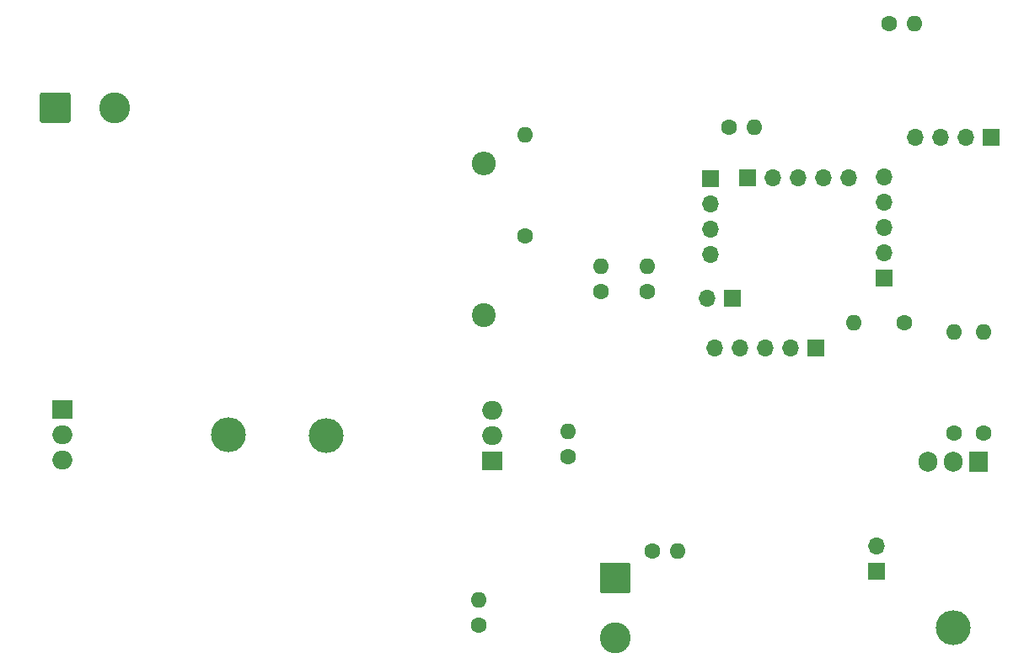
<source format=gbr>
%TF.GenerationSoftware,KiCad,Pcbnew,5.1.9-73d0e3b20d~88~ubuntu20.04.1*%
%TF.CreationDate,2021-03-11T22:20:10-06:00*%
%TF.ProjectId,brd,6272642e-6b69-4636-9164-5f7063625858,rev?*%
%TF.SameCoordinates,Original*%
%TF.FileFunction,Soldermask,Bot*%
%TF.FilePolarity,Negative*%
%FSLAX46Y46*%
G04 Gerber Fmt 4.6, Leading zero omitted, Abs format (unit mm)*
G04 Created by KiCad (PCBNEW 5.1.9-73d0e3b20d~88~ubuntu20.04.1) date 2021-03-11 22:20:10*
%MOMM*%
%LPD*%
G01*
G04 APERTURE LIST*
%ADD10O,1.600000X1.600000*%
%ADD11C,1.600000*%
%ADD12O,1.905000X2.000000*%
%ADD13R,1.905000X2.000000*%
%ADD14O,3.500000X3.500000*%
%ADD15O,2.400000X2.400000*%
%ADD16C,2.400000*%
%ADD17O,2.000000X1.905000*%
%ADD18R,2.000000X1.905000*%
%ADD19O,1.700000X1.700000*%
%ADD20R,1.700000X1.700000*%
%ADD21C,3.100000*%
G04 APERTURE END LIST*
D10*
%TO.C,R24*%
X87940000Y-109200000D03*
D11*
X85400000Y-109200000D03*
%TD*%
D10*
%TO.C,R23*%
X84900000Y-80560000D03*
D11*
X84900000Y-83100000D03*
%TD*%
D10*
%TO.C,R22*%
X80200000Y-80560000D03*
D11*
X80200000Y-83100000D03*
%TD*%
D10*
%TO.C,R21*%
X67975000Y-114085000D03*
D11*
X67975000Y-116625000D03*
%TD*%
D10*
%TO.C,R8*%
X76950000Y-97185000D03*
D11*
X76950000Y-99725000D03*
%TD*%
D10*
%TO.C,R9*%
X111685100Y-56221900D03*
D11*
X109145100Y-56221900D03*
%TD*%
D10*
%TO.C,R7*%
X95591500Y-66559000D03*
D11*
X93051500Y-66559000D03*
%TD*%
D10*
%TO.C,R14*%
X105620000Y-86250000D03*
D11*
X110700000Y-86250000D03*
%TD*%
D12*
%TO.C,U5*%
X113070000Y-100200000D03*
X115610000Y-100200000D03*
D13*
X118150000Y-100200000D03*
D14*
X115610000Y-116860000D03*
%TD*%
D10*
%TO.C,R13*%
X115650000Y-87200000D03*
D11*
X115650000Y-97360000D03*
%TD*%
D10*
%TO.C,R12*%
X118650000Y-87200000D03*
D11*
X118650000Y-97360000D03*
%TD*%
D15*
%TO.C,R6*%
X68400000Y-70260000D03*
D16*
X68400000Y-85500000D03*
%TD*%
D10*
%TO.C,R1*%
X72600000Y-67340000D03*
D11*
X72600000Y-77500000D03*
%TD*%
D17*
%TO.C,Q4*%
X69275500Y-95005000D03*
X69275500Y-97545000D03*
D18*
X69275500Y-100085000D03*
D14*
X52615500Y-97545000D03*
%TD*%
D17*
%TO.C,Q2*%
X26142500Y-100025000D03*
X26142500Y-97485000D03*
D18*
X26142500Y-94945000D03*
D14*
X42802500Y-97485000D03*
%TD*%
D19*
%TO.C,J9*%
X108700000Y-71590000D03*
X108700000Y-74130000D03*
X108700000Y-76670000D03*
X108700000Y-79210000D03*
D20*
X108700000Y-81750000D03*
%TD*%
D19*
%TO.C,J8*%
X91620000Y-88750000D03*
X94160000Y-88750000D03*
X96700000Y-88750000D03*
X99240000Y-88750000D03*
D20*
X101780000Y-88750000D03*
%TD*%
D19*
%TO.C,J7*%
X105060000Y-71650000D03*
X102520000Y-71650000D03*
X99980000Y-71650000D03*
X97440000Y-71650000D03*
D20*
X94900000Y-71650000D03*
%TD*%
D19*
%TO.C,J6*%
X91200000Y-79370000D03*
X91200000Y-76830000D03*
X91200000Y-74290000D03*
D20*
X91200000Y-71750000D03*
%TD*%
D19*
%TO.C,J5*%
X90860000Y-83750000D03*
D20*
X93400000Y-83750000D03*
%TD*%
D19*
%TO.C,J4*%
X111790467Y-67600648D03*
X114330467Y-67600648D03*
X116870467Y-67600648D03*
D20*
X119410467Y-67600648D03*
%TD*%
D19*
%TO.C,J3*%
X107900000Y-108710000D03*
D20*
X107900000Y-111250000D03*
%TD*%
D21*
%TO.C,J2*%
X81642500Y-117885000D03*
G36*
G01*
X80342499Y-110335000D02*
X82942501Y-110335000D01*
G75*
G02*
X83192500Y-110584999I0J-249999D01*
G01*
X83192500Y-113185001D01*
G75*
G02*
X82942501Y-113435000I-249999J0D01*
G01*
X80342499Y-113435000D01*
G75*
G02*
X80092500Y-113185001I0J249999D01*
G01*
X80092500Y-110584999D01*
G75*
G02*
X80342499Y-110335000I249999J0D01*
G01*
G37*
%TD*%
%TO.C,J1*%
X31392500Y-64635000D03*
G36*
G01*
X23842500Y-65935001D02*
X23842500Y-63334999D01*
G75*
G02*
X24092499Y-63085000I249999J0D01*
G01*
X26692501Y-63085000D01*
G75*
G02*
X26942500Y-63334999I0J-249999D01*
G01*
X26942500Y-65935001D01*
G75*
G02*
X26692501Y-66185000I-249999J0D01*
G01*
X24092499Y-66185000D01*
G75*
G02*
X23842500Y-65935001I0J249999D01*
G01*
G37*
%TD*%
M02*

</source>
